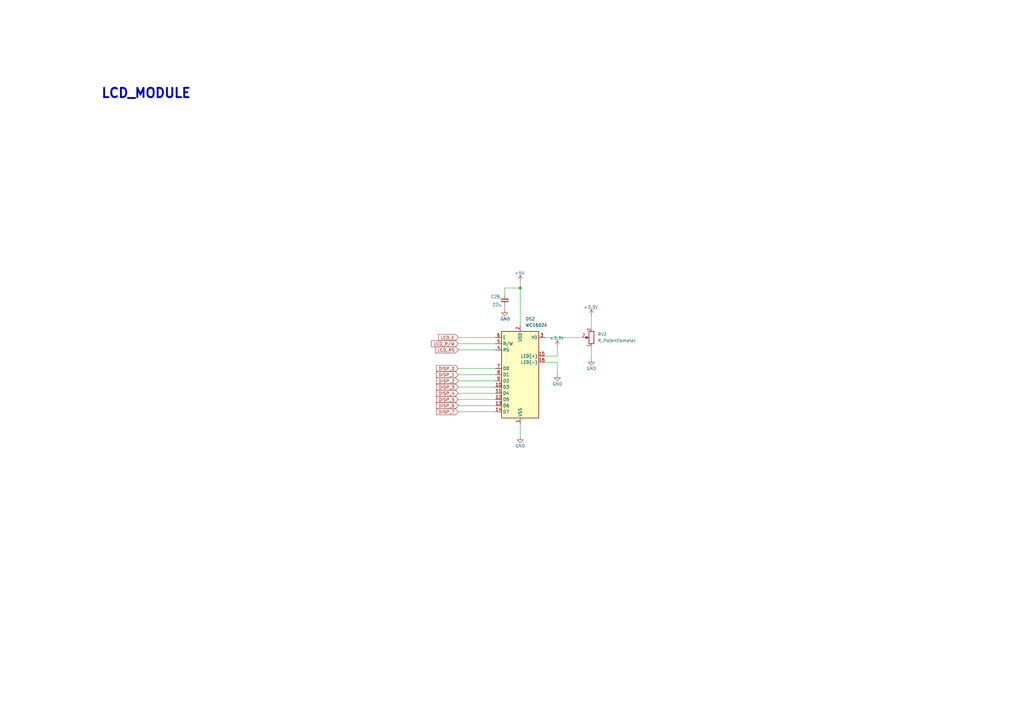
<source format=kicad_sch>
(kicad_sch (version 20231120) (generator "eeschema") (generator_version "8.0")
  (paper "A3")
  (lib_symbols
    (symbol "Device:C_Small" (pin_numbers hide) (pin_names (offset 0.254) hide)
      (property "Reference" "C" (at 0.254 1.778 0))
      (property "Value" "C_Small" (at 0.254 -2.032 0))
      (symbol "C_Small_0_1"
        (polyline (pts (xy -1.524 -0.508) (xy 1.524 -0.508)) (stroke (width 0.3302)))
        (polyline (pts (xy -1.524 0.508) (xy 1.524 0.508)) (stroke (width 0.3048)))
      )
      (symbol "C_Small_1_1"
        (pin passive line (at 0 2.54 270) (length 2.032) (name "~") (number "1"))
        (pin passive line (at 0 -2.54 90) (length 2.032) (name "~") (number "2"))
      )
    )
    (symbol "Device:R_Potentiometer" (pin_names (offset 1.016) hide)
      (property "Reference" "RV" (at -4.445 0 90))
      (property "Value" "R_Potentiometer" (at -2.54 0 90))
      (symbol "R_Potentiometer_0_1"
        (polyline (pts (xy 2.54 0) (xy 1.524 0)))
        (polyline (pts (xy 1.143 0) (xy 2.286 0.508) (xy 2.286 -0.508) (xy 1.143 0)) (fill (type outline)))
        (rectangle (start 1.016 2.54) (end -1.016 -2.54) (stroke (width 0.254)))
      )
      (symbol "R_Potentiometer_1_1"
        (pin passive line (at 0 3.81 270) (length 1.27) (name "1") (number "1"))
        (pin passive line (at 3.81 0 180) (length 1.27) (name "2") (number "2"))
        (pin passive line (at 0 -3.81 90) (length 1.27) (name "3") (number "3"))
      )
    )
    (symbol "Display_Character:WC1602A"
      (property "Reference" "DS" (at -5.842 19.05 0))
      (property "Value" "WC1602A" (at 5.334 19.05 0))
      (symbol "WC1602A_1_1"
        (rectangle (start -7.62 17.78) (end 7.62 -17.78) (stroke (width 0.254)) (fill (type background)))
        (pin power_in line (at 0 -20.32 90) (length 2.54) (name "VSS") (number "1"))
        (pin input line (at -10.16 -5.08 0) (length 2.54) (name "D3") (number "10"))
        (pin input line (at -10.16 -7.62 0) (length 2.54) (name "D4") (number "11"))
        (pin input line (at -10.16 -10.16 0) (length 2.54) (name "D5") (number "12"))
        (pin input line (at -10.16 -12.7 0) (length 2.54) (name "D6") (number "13"))
        (pin input line (at -10.16 -15.24 0) (length 2.54) (name "D7") (number "14"))
        (pin power_in line (at 10.16 7.62 180) (length 2.54) (name "LED(+)") (number "15"))
        (pin power_in line (at 10.16 5.08 180) (length 2.54) (name "LED(-)") (number "16"))
        (pin power_in line (at 0 20.32 270) (length 2.54) (name "VDD") (number "2"))
        (pin input line (at 10.16 15.24 180) (length 2.54) (name "VO") (number "3"))
        (pin input line (at -10.16 10.16 0) (length 2.54) (name "RS") (number "4"))
        (pin input line (at -10.16 12.7 0) (length 2.54) (name "R/W") (number "5"))
        (pin input line (at -10.16 15.24 0) (length 2.54) (name "E") (number "6"))
        (pin input line (at -10.16 2.54 0) (length 2.54) (name "D0") (number "7"))
        (pin input line (at -10.16 0 0) (length 2.54) (name "D1") (number "8"))
        (pin input line (at -10.16 -2.54 0) (length 2.54) (name "D2") (number "9"))
      )
    )
    (symbol "power:+5V" (power) (pin_numbers hide) (pin_names (offset 0) hide)
      (property "Value" "+5V" (at 0 3.556 0))
      (symbol "+5V_0_1"
        (polyline (pts (xy -0.762 1.27) (xy 0 2.54)))
        (polyline (pts (xy 0 0) (xy 0 2.54)))
        (polyline (pts (xy 0 2.54) (xy 0.762 1.27)))
      )
      (symbol "+5V_1_1"
        (pin power_in line (at 0 0 90) (length 0) (name "~") (number "1"))
      )
    )
    (symbol "power:GND" (power) (pin_numbers hide) (pin_names (offset 0) hide)
      (property "Value" "GND" (at 0 -3.81 0))
      (symbol "GND_0_1"
        (polyline (pts (xy 0 0) (xy 0 -1.27) (xy 1.27 -1.27) (xy 0 -2.54) (xy -1.27 -1.27) (xy 0 -1.27)))
      )
      (symbol "GND_1_1"
        (pin power_in line (at 0 0 270) (length 0) (name "~") (number "1"))
      )
    )
  )
  (junction (at 213.36 118.11))
  (wire (pts (xy 213.36 118.11) (xy 213.36 133.35)))
  (wire (pts (xy 228.6 148.59) (xy 228.6 153.67)))
  (wire (pts (xy 223.52 148.59) (xy 228.6 148.59)))
  (wire (pts (xy 223.52 138.43) (xy 238.76 138.43)))
  (wire (pts (xy 187.96 140.97) (xy 203.2 140.97)))
  (wire (pts (xy 187.96 163.83) (xy 203.2 163.83)))
  (wire (pts (xy 187.96 151.13) (xy 203.2 151.13)))
  (wire (pts (xy 228.6 142.24) (xy 228.6 146.05)))
  (wire (pts (xy 207.01 120.65) (xy 207.01 118.11)))
  (wire (pts (xy 187.96 158.75) (xy 203.2 158.75)))
  (wire (pts (xy 242.57 142.24) (xy 242.57 147.32)))
  (wire (pts (xy 207.01 118.11) (xy 213.36 118.11)))
  (wire (pts (xy 187.96 143.51) (xy 203.2 143.51)))
  (wire (pts (xy 187.96 138.43) (xy 203.2 138.43)))
  (wire (pts (xy 187.96 153.67) (xy 203.2 153.67)))
  (wire (pts (xy 213.36 173.99) (xy 213.36 179.07)))
  (wire (pts (xy 207.01 125.73) (xy 207.01 127)))
  (wire (pts (xy 242.57 129.54) (xy 242.57 134.62)))
  (wire (pts (xy 187.96 161.29) (xy 203.2 161.29)))
  (wire (pts (xy 187.96 156.21) (xy 203.2 156.21)))
  (wire (pts (xy 223.52 146.05) (xy 228.6 146.05)))
  (wire (pts (xy 187.96 166.37) (xy 203.2 166.37)))
  (wire (pts (xy 213.36 115.57) (xy 213.36 118.11)))
  (wire (pts (xy 187.96 168.91) (xy 203.2 168.91)))
  (text "LCD_MODULE" (at 59.944 38.354 0) (effects (font (size 3.81 3.81) (thickness 0.762) (bold yes))))
  (global_label "DISP_5" (shape input) (at 187.96 163.83 180) (property "Intersheetrefs" "${INTERSHEET_REFS}" (effects (hide yes))))
  (global_label "DISP_6" (shape input) (at 187.96 166.37 180) (property "Intersheetrefs" "${INTERSHEET_REFS}" (effects (hide yes))))
  (global_label "LCD_E" (shape input) (at 187.96 138.43 180) (property "Intersheetrefs" "${INTERSHEET_REFS}" (effects (hide yes))))
  (global_label "LCD_RS" (shape input) (at 187.96 143.51 180) (property "Intersheetrefs" "${INTERSHEET_REFS}" (effects (hide yes))))
  (global_label "DISP_0" (shape input) (at 187.96 151.13 180) (property "Intersheetrefs" "${INTERSHEET_REFS}" (effects (hide yes))))
  (global_label "DISP_1" (shape input) (at 187.96 153.67 180) (property "Intersheetrefs" "${INTERSHEET_REFS}" (effects (hide yes))))
  (global_label "DISP_4" (shape input) (at 187.96 161.29 180) (property "Intersheetrefs" "${INTERSHEET_REFS}" (effects (hide yes))))
  (global_label "DISP_2" (shape input) (at 187.96 156.21 180) (property "Intersheetrefs" "${INTERSHEET_REFS}" (effects (hide yes))))
  (global_label "DISP_7" (shape input) (at 187.96 168.91 180) (property "Intersheetrefs" "${INTERSHEET_REFS}" (effects (hide yes))))
  (global_label "DISP_3" (shape input) (at 187.96 158.75 180) (property "Intersheetrefs" "${INTERSHEET_REFS}" (effects (hide yes))))
  (global_label "LCD_R{slash}W" (shape input) (at 187.96 140.97 180) (property "Intersheetrefs" "${INTERSHEET_REFS}" (effects (hide yes))))
  (symbol (lib_id "power:+5V") (at 228.6 142.24 0) (unit 1)
    (property "Reference" "#PWR097" (effects (hide yes)))
    (property "Value" "+3.3V" (at 228.346 138.684 0))
    (property "Description" "Power symbol creates a global label with name \"+5V\"" (effects (hide yes)))
  )
  (symbol (lib_id "power:GND") (at 207.01 127 0) (unit 1)
    (property "Reference" "#PWR094" (effects (hide yes)))
    (property "Value" "GND" (at 207.264 130.81 0))
    (property "Description" "Power symbol creates a global label with name \"GND\" , ground" (effects (hide yes)))
  )
  (symbol (lib_id "Device:C_Small") (at 207.01 123.19 180) (unit 1)
    (property "Reference" "C26" (at 205.232 121.666 0) (effects (justify left)))
    (property "Value" "22u" (at 205.74 124.968 0) (effects (justify left)))
    (property "Footprint" "Capacitor_SMD:C_01005_0402Metric_Pad0.57x0.30mm_HandSolder" (effects (hide yes)))
    (property "Description" "Unpolarized capacitor, small symbol" (effects (hide yes)))
  )
  (symbol (lib_id "Display_Character:WC1602A") (at 213.36 153.67 0) (unit 1)
    (property "Reference" "DS2" (at 215.5541 130.81 0) (effects (justify left)))
    (property "Value" "WC1602A" (at 215.5541 133.35 0) (effects (justify left)))
    (property "Footprint" "Display:WC1602A" (effects (hide yes)))
    (property "Datasheet" "http://www.wincomlcd.com/pdf/WC1602A-SFYLYHTC06.pdf" (effects (hide yes)))
    (property "Description" "LCD 16x2 Alphanumeric , 8 bit parallel bus, 5V VDD" (effects (hide yes)))
  )
  (symbol (lib_id "power:+5V") (at 213.36 115.57 0) (unit 1)
    (property "Reference" "#PWR095" (effects (hide yes)))
    (property "Value" "+5V" (at 213.106 112.014 0))
    (property "Description" "Power symbol creates a global label with name \"+5V\"" (effects (hide yes)))
  )
  (symbol (lib_id "power:GND") (at 213.36 179.07 0) (unit 1)
    (property "Reference" "#PWR096" (effects (hide yes)))
    (property "Value" "GND" (at 213.36 182.88 0))
    (property "Description" "Power symbol creates a global label with name \"GND\" , ground" (effects (hide yes)))
  )
  (symbol (lib_id "power:+5V") (at 242.57 129.54 0) (unit 1)
    (property "Reference" "#PWR099" (effects (hide yes)))
    (property "Value" "+3.3V" (at 242.316 125.984 0))
    (property "Description" "Power symbol creates a global label with name \"+5V\"" (effects (hide yes)))
  )
  (symbol (lib_id "power:GND") (at 242.57 147.32 0) (unit 1)
    (property "Reference" "#PWR0100" (effects (hide yes)))
    (property "Value" "GND" (at 242.57 151.13 0))
    (property "Description" "Power symbol creates a global label with name \"GND\" , ground" (effects (hide yes)))
  )
  (symbol (lib_id "Device:R_Potentiometer") (at 242.57 138.43 180) (unit 1)
    (property "Reference" "RV2" (at 245.11 137.1599 0) (effects (justify right)))
    (property "Value" "R_Potentiometer" (at 245.11 139.6999 0) (effects (justify right)))
    (property "Footprint" "Potentiometer_SMD:Potentiometer_ACP_CA14-VSMD_Vertical_Hole" (effects (hide yes)))
    (property "Description" "Potentiometer" (effects (hide yes)))
  )
  (symbol (lib_id "power:GND") (at 228.6 153.67 0) (unit 1)
    (property "Reference" "#PWR098" (effects (hide yes)))
    (property "Value" "GND" (at 228.6 157.48 0))
    (property "Description" "Power symbol creates a global label with name \"GND\" , ground" (effects (hide yes)))
  )
)
</source>
